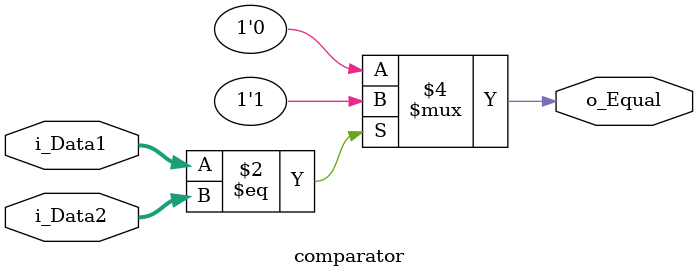
<source format=v>
module comparator(
   input [7:0] i_Data1,     // Input data bus
   input [7:0] i_Data2,     // Input data bus
   output reg o_Equal          // Output data bus
   );
   always @(i_Data1 or i_Data2) begin
		o_Equal = 0;
		if(i_Data1 == i_Data2) 
			o_Equal = 1;
		else
			o_Equal = 0;
	end
endmodule
</source>
